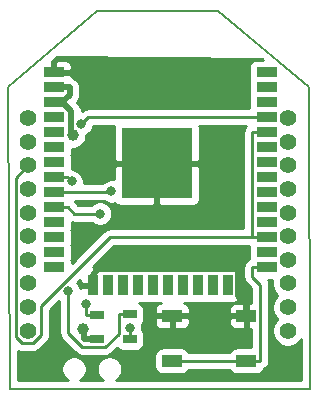
<source format=gtl>
%TF.GenerationSoftware,KiCad,Pcbnew,(6.0.0-rc1-dev-634-gb5e3f6406)*%
%TF.CreationDate,2019-05-27T20:40:42+09:00*%
%TF.ProjectId,xbee,786265652E6B696361645F7063620000,rev?*%
%TF.SameCoordinates,Original*%
%TF.FileFunction,Copper,L1,Top,Signal*%
%TF.FilePolarity,Positive*%
%FSLAX46Y46*%
G04 Gerber Fmt 4.6, Leading zero omitted, Abs format (unit mm)*
G04 Created by KiCad (PCBNEW (6.0.0-rc1-dev-634-gb5e3f6406)) date 2019 May 27, Monday 20:40:42*
%MOMM*%
%LPD*%
G01*
G04 APERTURE LIST*
%ADD10C,0.150000*%
%ADD11C,1.400000*%
%ADD12R,1.200000X0.700000*%
%ADD13R,1.750000X0.900000*%
%ADD14R,0.900000X1.750000*%
%ADD15R,6.000000X6.000000*%
%ADD16R,1.700000X1.000000*%
%ADD17C,1.000000*%
%ADD18C,0.800000*%
%ADD19C,0.500000*%
%ADD20C,0.250000*%
%ADD21C,0.254000*%
G04 APERTURE END LIST*
D10*
X143250000Y-90250000D02*
X153500000Y-90250000D01*
X135750000Y-96750000D02*
X143250000Y-90250000D01*
X135750000Y-96750000D02*
X135850000Y-122250000D01*
X153500000Y-90250000D02*
X161201100Y-96750000D01*
X161201100Y-96750000D02*
X161250000Y-122250000D01*
X161250000Y-122250000D02*
X135850000Y-122250000D01*
D11*
X159400000Y-99350000D03*
X159400000Y-101350000D03*
X159400000Y-103350000D03*
X159400000Y-105350000D03*
X159400000Y-107350000D03*
X159400000Y-109350000D03*
X159400000Y-111350000D03*
X159400000Y-113350000D03*
X159400000Y-115350000D03*
X159400000Y-117350000D03*
X137400000Y-117350000D03*
X137400000Y-115350000D03*
X137400000Y-113350000D03*
X137400000Y-111350000D03*
X137400000Y-109350000D03*
X137400000Y-107350000D03*
X137400000Y-105350000D03*
X137400000Y-103350000D03*
X137400000Y-101350000D03*
X137400000Y-99350000D03*
D12*
X146020000Y-115950000D03*
X143226000Y-115984000D03*
X146020000Y-118050000D03*
X143226000Y-118050000D03*
D13*
X157600434Y-95482662D03*
X157600434Y-96752662D03*
X157600434Y-98022662D03*
X157600434Y-99292662D03*
X157600434Y-100562662D03*
X157600434Y-101832662D03*
X157600434Y-103102662D03*
X157600434Y-104372662D03*
X157600434Y-105642662D03*
X157600434Y-106912662D03*
X157600434Y-108182662D03*
X157600434Y-109452662D03*
X157600434Y-110722662D03*
X157600434Y-111992662D03*
D14*
X154315434Y-113482662D03*
X153045434Y-113482662D03*
X151775434Y-113482662D03*
X150505434Y-113482662D03*
X149235434Y-113482662D03*
X147965434Y-113482662D03*
X146695434Y-113482662D03*
X145425434Y-113482662D03*
X144155434Y-113482662D03*
X142885434Y-113482662D03*
D13*
X139600434Y-111992662D03*
X139600434Y-110722662D03*
X139600434Y-109452662D03*
X139600434Y-108182662D03*
X139600434Y-106912662D03*
X139600434Y-105642662D03*
X139600434Y-104372662D03*
X139600434Y-103102662D03*
X139600434Y-101832662D03*
X139600434Y-100562662D03*
X139600434Y-99292662D03*
X139600434Y-98022662D03*
X139600434Y-96752662D03*
X139600434Y-95482662D03*
D15*
X148300434Y-103182662D03*
D16*
X155900000Y-119900000D03*
X149600000Y-119900000D03*
X155900000Y-116100000D03*
X149600000Y-116100000D03*
D17*
X141475400Y-95440100D03*
X137550000Y-120150000D03*
X153050000Y-110650000D03*
X152750000Y-107450000D03*
D18*
X146020000Y-117077900D03*
X142300700Y-115070400D03*
X140820300Y-114001800D03*
D17*
X141202300Y-100812400D03*
X142092400Y-117174700D03*
D18*
X141917100Y-99835800D03*
X143501700Y-107438500D03*
X141087700Y-104701800D03*
X144457800Y-105547800D03*
D19*
X155900000Y-115100000D02*
X155900000Y-116100000D01*
X155215435Y-112247661D02*
X155215435Y-114415435D01*
X155125435Y-112157661D02*
X155215435Y-112247661D01*
X143345433Y-112157661D02*
X155125435Y-112157661D01*
X155215435Y-114415435D02*
X155900000Y-115100000D01*
X142885434Y-112617660D02*
X143345433Y-112157661D01*
X142885434Y-113482662D02*
X142885434Y-112617660D01*
X151542339Y-112157661D02*
X153050000Y-110650000D01*
X143345433Y-112157661D02*
X151542339Y-112157661D01*
D20*
X146020000Y-118050000D02*
X146020000Y-117077900D01*
X142300700Y-115984000D02*
X142300700Y-115070400D01*
X143226000Y-115984000D02*
X142300700Y-115984000D01*
X140820300Y-114001800D02*
X140820300Y-117531100D01*
X140820300Y-117531100D02*
X142014600Y-118725400D01*
X142014600Y-118725400D02*
X143960700Y-118725400D01*
X143960700Y-118725400D02*
X145094700Y-117591400D01*
X145094700Y-117591400D02*
X145094700Y-115950000D01*
X146020000Y-115950000D02*
X145094700Y-115950000D01*
X155900000Y-119900000D02*
X157075300Y-119900000D01*
X157075300Y-119900000D02*
X157075300Y-113443200D01*
X157075300Y-113443200D02*
X156400100Y-112768000D01*
X156400100Y-112768000D02*
X156400100Y-111992700D01*
X149600000Y-119900000D02*
X155900000Y-119900000D01*
X157600400Y-111992700D02*
X156400100Y-111992700D01*
X156400100Y-109452700D02*
X144343600Y-109452700D01*
X144343600Y-109452700D02*
X138505900Y-115290400D01*
X138505900Y-115290400D02*
X138505900Y-117734800D01*
X138505900Y-117734800D02*
X137861100Y-118379600D01*
X137861100Y-118379600D02*
X136870100Y-118379600D01*
X136870100Y-118379600D02*
X136365300Y-117874800D01*
X136365300Y-117874800D02*
X136365300Y-104384700D01*
X136365300Y-104384700D02*
X137400000Y-103350000D01*
X156512700Y-109452700D02*
X156400100Y-109452700D01*
X157600400Y-109452700D02*
X156512700Y-109452700D01*
X157600400Y-100562700D02*
X156400100Y-100562700D01*
X156400100Y-109452700D02*
X156400100Y-100562700D01*
D19*
X140307500Y-98022700D02*
X141066800Y-98782000D01*
X141066800Y-98782000D02*
X141066800Y-100676900D01*
X141066800Y-100676900D02*
X141202300Y-100812400D01*
X140307500Y-98022700D02*
X140925700Y-97404500D01*
X140925700Y-97404500D02*
X140925700Y-96752700D01*
X140263100Y-98022700D02*
X140307500Y-98022700D01*
X142092400Y-117174700D02*
X142175700Y-117258000D01*
X142175700Y-117258000D02*
X142175700Y-118050000D01*
X143226000Y-118050000D02*
X142175700Y-118050000D01*
X139600400Y-96752700D02*
X140925700Y-96752700D01*
X139600400Y-98022700D02*
X140263100Y-98022700D01*
D20*
X157600400Y-99292700D02*
X142460200Y-99292700D01*
X142460200Y-99292700D02*
X141917100Y-99835800D01*
X140800700Y-106912700D02*
X141326500Y-107438500D01*
X141326500Y-107438500D02*
X143501700Y-107438500D01*
X139600400Y-106912700D02*
X140800700Y-106912700D01*
X140800700Y-104372700D02*
X140800700Y-104414800D01*
X140800700Y-104414800D02*
X141087700Y-104701800D01*
X139600400Y-104372700D02*
X140800700Y-104372700D01*
X139600400Y-105642700D02*
X144362900Y-105642700D01*
X144362900Y-105642700D02*
X144457800Y-105547800D01*
D21*
G36*
X156087362Y-110272662D02*
X156087362Y-111172662D01*
X156099099Y-111291833D01*
X155975824Y-111357726D01*
X155860099Y-111452699D01*
X155765126Y-111568424D01*
X155694554Y-111700453D01*
X155651097Y-111843714D01*
X155636423Y-111992700D01*
X155640100Y-112030033D01*
X155640100Y-112730678D01*
X155636424Y-112768000D01*
X155640100Y-112805322D01*
X155640100Y-112805332D01*
X155651097Y-112916985D01*
X155686036Y-113032164D01*
X155694554Y-113060246D01*
X155765126Y-113192276D01*
X155802752Y-113238123D01*
X155860099Y-113308001D01*
X155889102Y-113331803D01*
X156315301Y-113758003D01*
X156315301Y-114965000D01*
X156185750Y-114965000D01*
X156027000Y-115123750D01*
X156027000Y-115973000D01*
X156047000Y-115973000D01*
X156047000Y-116227000D01*
X156027000Y-116227000D01*
X156027000Y-117076250D01*
X156185750Y-117235000D01*
X156315300Y-117235000D01*
X156315300Y-118761928D01*
X155050000Y-118761928D01*
X154925518Y-118774188D01*
X154805820Y-118810498D01*
X154695506Y-118869463D01*
X154598815Y-118948815D01*
X154519463Y-119045506D01*
X154468954Y-119140000D01*
X151031046Y-119140000D01*
X150980537Y-119045506D01*
X150901185Y-118948815D01*
X150804494Y-118869463D01*
X150694180Y-118810498D01*
X150574482Y-118774188D01*
X150450000Y-118761928D01*
X148750000Y-118761928D01*
X148625518Y-118774188D01*
X148505820Y-118810498D01*
X148395506Y-118869463D01*
X148298815Y-118948815D01*
X148219463Y-119045506D01*
X148160498Y-119155820D01*
X148124188Y-119275518D01*
X148111928Y-119400000D01*
X148111928Y-120400000D01*
X148124188Y-120524482D01*
X148160498Y-120644180D01*
X148219463Y-120754494D01*
X148298815Y-120851185D01*
X148395506Y-120930537D01*
X148505820Y-120989502D01*
X148625518Y-121025812D01*
X148750000Y-121038072D01*
X150450000Y-121038072D01*
X150574482Y-121025812D01*
X150694180Y-120989502D01*
X150804494Y-120930537D01*
X150901185Y-120851185D01*
X150980537Y-120754494D01*
X151031046Y-120660000D01*
X154468954Y-120660000D01*
X154519463Y-120754494D01*
X154598815Y-120851185D01*
X154695506Y-120930537D01*
X154805820Y-120989502D01*
X154925518Y-121025812D01*
X155050000Y-121038072D01*
X156750000Y-121038072D01*
X156874482Y-121025812D01*
X156994180Y-120989502D01*
X157104494Y-120930537D01*
X157201185Y-120851185D01*
X157280537Y-120754494D01*
X157339502Y-120644180D01*
X157349567Y-120611000D01*
X157367547Y-120605546D01*
X157499576Y-120534974D01*
X157615301Y-120440001D01*
X157710274Y-120324276D01*
X157780846Y-120192247D01*
X157824303Y-120048986D01*
X157838977Y-119900000D01*
X157835300Y-119862667D01*
X157835300Y-113480522D01*
X157838976Y-113443200D01*
X157835300Y-113405877D01*
X157835300Y-113405867D01*
X157824303Y-113294214D01*
X157780846Y-113150953D01*
X157743313Y-113080734D01*
X158092407Y-113080734D01*
X158065000Y-113218514D01*
X158065000Y-113481486D01*
X158116304Y-113739405D01*
X158216939Y-113982359D01*
X158363038Y-114201013D01*
X158512025Y-114350000D01*
X158363038Y-114498987D01*
X158216939Y-114717641D01*
X158116304Y-114960595D01*
X158065000Y-115218514D01*
X158065000Y-115481486D01*
X158116304Y-115739405D01*
X158216939Y-115982359D01*
X158363038Y-116201013D01*
X158512025Y-116350000D01*
X158363038Y-116498987D01*
X158216939Y-116717641D01*
X158116304Y-116960595D01*
X158065000Y-117218514D01*
X158065000Y-117481486D01*
X158116304Y-117739405D01*
X158216939Y-117982359D01*
X158363038Y-118201013D01*
X158548987Y-118386962D01*
X158767641Y-118533061D01*
X159010595Y-118633696D01*
X159268514Y-118685000D01*
X159531486Y-118685000D01*
X159789405Y-118633696D01*
X160032359Y-118533061D01*
X160251013Y-118386962D01*
X160436962Y-118201013D01*
X160531962Y-118058834D01*
X160538638Y-121540000D01*
X144816207Y-121540000D01*
X144991647Y-121422775D01*
X145142775Y-121271647D01*
X145261515Y-121093940D01*
X145343304Y-120896483D01*
X145385000Y-120686863D01*
X145385000Y-120473137D01*
X145343304Y-120263517D01*
X145261515Y-120066060D01*
X145142775Y-119888353D01*
X144991647Y-119737225D01*
X144813940Y-119618485D01*
X144616483Y-119536696D01*
X144406863Y-119495000D01*
X144193137Y-119495000D01*
X143983517Y-119536696D01*
X143786060Y-119618485D01*
X143608353Y-119737225D01*
X143457225Y-119888353D01*
X143338485Y-120066060D01*
X143256696Y-120263517D01*
X143215000Y-120473137D01*
X143215000Y-120686863D01*
X143256696Y-120896483D01*
X143338485Y-121093940D01*
X143457225Y-121271647D01*
X143608353Y-121422775D01*
X143783793Y-121540000D01*
X141816207Y-121540000D01*
X141991647Y-121422775D01*
X142142775Y-121271647D01*
X142261515Y-121093940D01*
X142343304Y-120896483D01*
X142385000Y-120686863D01*
X142385000Y-120473137D01*
X142343304Y-120263517D01*
X142261515Y-120066060D01*
X142142775Y-119888353D01*
X141991647Y-119737225D01*
X141813940Y-119618485D01*
X141616483Y-119536696D01*
X141406863Y-119495000D01*
X141193137Y-119495000D01*
X140983517Y-119536696D01*
X140786060Y-119618485D01*
X140608353Y-119737225D01*
X140457225Y-119888353D01*
X140338485Y-120066060D01*
X140256696Y-120263517D01*
X140215000Y-120473137D01*
X140215000Y-120686863D01*
X140256696Y-120896483D01*
X140338485Y-121093940D01*
X140457225Y-121271647D01*
X140608353Y-121422775D01*
X140783793Y-121540000D01*
X136557221Y-121540000D01*
X136547530Y-119068938D01*
X136577853Y-119085146D01*
X136721114Y-119128603D01*
X136832767Y-119139600D01*
X136832777Y-119139600D01*
X136870099Y-119143276D01*
X136907422Y-119139600D01*
X137823778Y-119139600D01*
X137861100Y-119143276D01*
X137898422Y-119139600D01*
X137898433Y-119139600D01*
X138010086Y-119128603D01*
X138153347Y-119085146D01*
X138285376Y-119014574D01*
X138401101Y-118919601D01*
X138424903Y-118890598D01*
X139016902Y-118298600D01*
X139045901Y-118274801D01*
X139077214Y-118236646D01*
X139140874Y-118159077D01*
X139211446Y-118027047D01*
X139221135Y-117995105D01*
X139254903Y-117883786D01*
X139265900Y-117772133D01*
X139265900Y-117772123D01*
X139269576Y-117734800D01*
X139265900Y-117697477D01*
X139265900Y-115605201D01*
X140060300Y-114810801D01*
X140060301Y-117493768D01*
X140056624Y-117531100D01*
X140071298Y-117680085D01*
X140114754Y-117823346D01*
X140185326Y-117955376D01*
X140244146Y-118027047D01*
X140280300Y-118071101D01*
X140309298Y-118094899D01*
X141450801Y-119236403D01*
X141474599Y-119265401D01*
X141590324Y-119360374D01*
X141722353Y-119430946D01*
X141865614Y-119474403D01*
X141977267Y-119485400D01*
X141977276Y-119485400D01*
X142014599Y-119489076D01*
X142051922Y-119485400D01*
X143923378Y-119485400D01*
X143960700Y-119489076D01*
X143998022Y-119485400D01*
X143998033Y-119485400D01*
X144109686Y-119474403D01*
X144252947Y-119430946D01*
X144384976Y-119360374D01*
X144500701Y-119265401D01*
X144524504Y-119236398D01*
X144942176Y-118818725D01*
X144968815Y-118851185D01*
X145065506Y-118930537D01*
X145175820Y-118989502D01*
X145295518Y-119025812D01*
X145420000Y-119038072D01*
X146620000Y-119038072D01*
X146744482Y-119025812D01*
X146864180Y-118989502D01*
X146974494Y-118930537D01*
X147071185Y-118851185D01*
X147150537Y-118754494D01*
X147209502Y-118644180D01*
X147245812Y-118524482D01*
X147258072Y-118400000D01*
X147258072Y-117700000D01*
X147245812Y-117575518D01*
X147209502Y-117455820D01*
X147150537Y-117345506D01*
X147071185Y-117248815D01*
X147045477Y-117227717D01*
X147055000Y-117179839D01*
X147055000Y-116975961D01*
X147018835Y-116794147D01*
X147071185Y-116751185D01*
X147150537Y-116654494D01*
X147209502Y-116544180D01*
X147245812Y-116424482D01*
X147249626Y-116385750D01*
X148115000Y-116385750D01*
X148115000Y-116662542D01*
X148139403Y-116785223D01*
X148187270Y-116900785D01*
X148256763Y-117004789D01*
X148345211Y-117093237D01*
X148449215Y-117162730D01*
X148564777Y-117210597D01*
X148687458Y-117235000D01*
X149314250Y-117235000D01*
X149473000Y-117076250D01*
X149473000Y-116227000D01*
X149727000Y-116227000D01*
X149727000Y-117076250D01*
X149885750Y-117235000D01*
X150512542Y-117235000D01*
X150635223Y-117210597D01*
X150750785Y-117162730D01*
X150854789Y-117093237D01*
X150943237Y-117004789D01*
X151012730Y-116900785D01*
X151060597Y-116785223D01*
X151085000Y-116662542D01*
X151085000Y-116385750D01*
X154415000Y-116385750D01*
X154415000Y-116662542D01*
X154439403Y-116785223D01*
X154487270Y-116900785D01*
X154556763Y-117004789D01*
X154645211Y-117093237D01*
X154749215Y-117162730D01*
X154864777Y-117210597D01*
X154987458Y-117235000D01*
X155614250Y-117235000D01*
X155773000Y-117076250D01*
X155773000Y-116227000D01*
X154573750Y-116227000D01*
X154415000Y-116385750D01*
X151085000Y-116385750D01*
X150926250Y-116227000D01*
X149727000Y-116227000D01*
X149473000Y-116227000D01*
X148273750Y-116227000D01*
X148115000Y-116385750D01*
X147249626Y-116385750D01*
X147258072Y-116300000D01*
X147258072Y-115600000D01*
X147245812Y-115475518D01*
X147209502Y-115355820D01*
X147150537Y-115245506D01*
X147071185Y-115148815D01*
X146974494Y-115069463D01*
X146864180Y-115010498D01*
X146815510Y-114995734D01*
X147145434Y-114995734D01*
X147269916Y-114983474D01*
X147330434Y-114965116D01*
X147390952Y-114983474D01*
X147515434Y-114995734D01*
X148415434Y-114995734D01*
X148539916Y-114983474D01*
X148600434Y-114965116D01*
X148634668Y-114975501D01*
X148564777Y-114989403D01*
X148449215Y-115037270D01*
X148345211Y-115106763D01*
X148256763Y-115195211D01*
X148187270Y-115299215D01*
X148139403Y-115414777D01*
X148115000Y-115537458D01*
X148115000Y-115814250D01*
X148273750Y-115973000D01*
X149473000Y-115973000D01*
X149473000Y-115953000D01*
X149727000Y-115953000D01*
X149727000Y-115973000D01*
X150926250Y-115973000D01*
X151085000Y-115814250D01*
X151085000Y-115537458D01*
X154415000Y-115537458D01*
X154415000Y-115814250D01*
X154573750Y-115973000D01*
X155773000Y-115973000D01*
X155773000Y-115123750D01*
X155614250Y-114965000D01*
X154987458Y-114965000D01*
X154864777Y-114989403D01*
X154749215Y-115037270D01*
X154645211Y-115106763D01*
X154556763Y-115195211D01*
X154487270Y-115299215D01*
X154439403Y-115414777D01*
X154415000Y-115537458D01*
X151085000Y-115537458D01*
X151060597Y-115414777D01*
X151012730Y-115299215D01*
X150943237Y-115195211D01*
X150854789Y-115106763D01*
X150750785Y-115037270D01*
X150650507Y-114995734D01*
X150955434Y-114995734D01*
X151079916Y-114983474D01*
X151140434Y-114965116D01*
X151200952Y-114983474D01*
X151325434Y-114995734D01*
X152225434Y-114995734D01*
X152349916Y-114983474D01*
X152410434Y-114965116D01*
X152470952Y-114983474D01*
X152595434Y-114995734D01*
X153495434Y-114995734D01*
X153619916Y-114983474D01*
X153680434Y-114965116D01*
X153740952Y-114983474D01*
X153865434Y-114995734D01*
X154765434Y-114995734D01*
X154889916Y-114983474D01*
X155009614Y-114947164D01*
X155119928Y-114888199D01*
X155216619Y-114808847D01*
X155295971Y-114712156D01*
X155354936Y-114601842D01*
X155391246Y-114482144D01*
X155403506Y-114357662D01*
X155403506Y-112607662D01*
X155391246Y-112483180D01*
X155354936Y-112363482D01*
X155295971Y-112253168D01*
X155216619Y-112156477D01*
X155119928Y-112077125D01*
X155009614Y-112018160D01*
X154889916Y-111981850D01*
X154765434Y-111969590D01*
X153865434Y-111969590D01*
X153740952Y-111981850D01*
X153680434Y-112000208D01*
X153619916Y-111981850D01*
X153495434Y-111969590D01*
X152595434Y-111969590D01*
X152470952Y-111981850D01*
X152410434Y-112000208D01*
X152349916Y-111981850D01*
X152225434Y-111969590D01*
X151325434Y-111969590D01*
X151200952Y-111981850D01*
X151140434Y-112000208D01*
X151079916Y-111981850D01*
X150955434Y-111969590D01*
X150055434Y-111969590D01*
X149930952Y-111981850D01*
X149870434Y-112000208D01*
X149809916Y-111981850D01*
X149685434Y-111969590D01*
X148785434Y-111969590D01*
X148660952Y-111981850D01*
X148600434Y-112000208D01*
X148539916Y-111981850D01*
X148415434Y-111969590D01*
X147515434Y-111969590D01*
X147390952Y-111981850D01*
X147330434Y-112000208D01*
X147269916Y-111981850D01*
X147145434Y-111969590D01*
X146245434Y-111969590D01*
X146120952Y-111981850D01*
X146060434Y-112000208D01*
X145999916Y-111981850D01*
X145875434Y-111969590D01*
X144975434Y-111969590D01*
X144850952Y-111981850D01*
X144790434Y-112000208D01*
X144729916Y-111981850D01*
X144605434Y-111969590D01*
X143705434Y-111969590D01*
X143580952Y-111981850D01*
X143524943Y-111998840D01*
X143520657Y-111997065D01*
X143397976Y-111972662D01*
X143171184Y-111972662D01*
X143012436Y-112131410D01*
X143012436Y-111972662D01*
X142898440Y-111972662D01*
X144658402Y-110212700D01*
X156093268Y-110212700D01*
X156087362Y-110272662D01*
X156087362Y-110272662D01*
G37*
X156087362Y-110272662D02*
X156087362Y-111172662D01*
X156099099Y-111291833D01*
X155975824Y-111357726D01*
X155860099Y-111452699D01*
X155765126Y-111568424D01*
X155694554Y-111700453D01*
X155651097Y-111843714D01*
X155636423Y-111992700D01*
X155640100Y-112030033D01*
X155640100Y-112730678D01*
X155636424Y-112768000D01*
X155640100Y-112805322D01*
X155640100Y-112805332D01*
X155651097Y-112916985D01*
X155686036Y-113032164D01*
X155694554Y-113060246D01*
X155765126Y-113192276D01*
X155802752Y-113238123D01*
X155860099Y-113308001D01*
X155889102Y-113331803D01*
X156315301Y-113758003D01*
X156315301Y-114965000D01*
X156185750Y-114965000D01*
X156027000Y-115123750D01*
X156027000Y-115973000D01*
X156047000Y-115973000D01*
X156047000Y-116227000D01*
X156027000Y-116227000D01*
X156027000Y-117076250D01*
X156185750Y-117235000D01*
X156315300Y-117235000D01*
X156315300Y-118761928D01*
X155050000Y-118761928D01*
X154925518Y-118774188D01*
X154805820Y-118810498D01*
X154695506Y-118869463D01*
X154598815Y-118948815D01*
X154519463Y-119045506D01*
X154468954Y-119140000D01*
X151031046Y-119140000D01*
X150980537Y-119045506D01*
X150901185Y-118948815D01*
X150804494Y-118869463D01*
X150694180Y-118810498D01*
X150574482Y-118774188D01*
X150450000Y-118761928D01*
X148750000Y-118761928D01*
X148625518Y-118774188D01*
X148505820Y-118810498D01*
X148395506Y-118869463D01*
X148298815Y-118948815D01*
X148219463Y-119045506D01*
X148160498Y-119155820D01*
X148124188Y-119275518D01*
X148111928Y-119400000D01*
X148111928Y-120400000D01*
X148124188Y-120524482D01*
X148160498Y-120644180D01*
X148219463Y-120754494D01*
X148298815Y-120851185D01*
X148395506Y-120930537D01*
X148505820Y-120989502D01*
X148625518Y-121025812D01*
X148750000Y-121038072D01*
X150450000Y-121038072D01*
X150574482Y-121025812D01*
X150694180Y-120989502D01*
X150804494Y-120930537D01*
X150901185Y-120851185D01*
X150980537Y-120754494D01*
X151031046Y-120660000D01*
X154468954Y-120660000D01*
X154519463Y-120754494D01*
X154598815Y-120851185D01*
X154695506Y-120930537D01*
X154805820Y-120989502D01*
X154925518Y-121025812D01*
X155050000Y-121038072D01*
X156750000Y-121038072D01*
X156874482Y-121025812D01*
X156994180Y-120989502D01*
X157104494Y-120930537D01*
X157201185Y-120851185D01*
X157280537Y-120754494D01*
X157339502Y-120644180D01*
X157349567Y-120611000D01*
X157367547Y-120605546D01*
X157499576Y-120534974D01*
X157615301Y-120440001D01*
X157710274Y-120324276D01*
X157780846Y-120192247D01*
X157824303Y-120048986D01*
X157838977Y-119900000D01*
X157835300Y-119862667D01*
X157835300Y-113480522D01*
X157838976Y-113443200D01*
X157835300Y-113405877D01*
X157835300Y-113405867D01*
X157824303Y-113294214D01*
X157780846Y-113150953D01*
X157743313Y-113080734D01*
X158092407Y-113080734D01*
X158065000Y-113218514D01*
X158065000Y-113481486D01*
X158116304Y-113739405D01*
X158216939Y-113982359D01*
X158363038Y-114201013D01*
X158512025Y-114350000D01*
X158363038Y-114498987D01*
X158216939Y-114717641D01*
X158116304Y-114960595D01*
X158065000Y-115218514D01*
X158065000Y-115481486D01*
X158116304Y-115739405D01*
X158216939Y-115982359D01*
X158363038Y-116201013D01*
X158512025Y-116350000D01*
X158363038Y-116498987D01*
X158216939Y-116717641D01*
X158116304Y-116960595D01*
X158065000Y-117218514D01*
X158065000Y-117481486D01*
X158116304Y-117739405D01*
X158216939Y-117982359D01*
X158363038Y-118201013D01*
X158548987Y-118386962D01*
X158767641Y-118533061D01*
X159010595Y-118633696D01*
X159268514Y-118685000D01*
X159531486Y-118685000D01*
X159789405Y-118633696D01*
X160032359Y-118533061D01*
X160251013Y-118386962D01*
X160436962Y-118201013D01*
X160531962Y-118058834D01*
X160538638Y-121540000D01*
X144816207Y-121540000D01*
X144991647Y-121422775D01*
X145142775Y-121271647D01*
X145261515Y-121093940D01*
X145343304Y-120896483D01*
X145385000Y-120686863D01*
X145385000Y-120473137D01*
X145343304Y-120263517D01*
X145261515Y-120066060D01*
X145142775Y-119888353D01*
X144991647Y-119737225D01*
X144813940Y-119618485D01*
X144616483Y-119536696D01*
X144406863Y-119495000D01*
X144193137Y-119495000D01*
X143983517Y-119536696D01*
X143786060Y-119618485D01*
X143608353Y-119737225D01*
X143457225Y-119888353D01*
X143338485Y-120066060D01*
X143256696Y-120263517D01*
X143215000Y-120473137D01*
X143215000Y-120686863D01*
X143256696Y-120896483D01*
X143338485Y-121093940D01*
X143457225Y-121271647D01*
X143608353Y-121422775D01*
X143783793Y-121540000D01*
X141816207Y-121540000D01*
X141991647Y-121422775D01*
X142142775Y-121271647D01*
X142261515Y-121093940D01*
X142343304Y-120896483D01*
X142385000Y-120686863D01*
X142385000Y-120473137D01*
X142343304Y-120263517D01*
X142261515Y-120066060D01*
X142142775Y-119888353D01*
X141991647Y-119737225D01*
X141813940Y-119618485D01*
X141616483Y-119536696D01*
X141406863Y-119495000D01*
X141193137Y-119495000D01*
X140983517Y-119536696D01*
X140786060Y-119618485D01*
X140608353Y-119737225D01*
X140457225Y-119888353D01*
X140338485Y-120066060D01*
X140256696Y-120263517D01*
X140215000Y-120473137D01*
X140215000Y-120686863D01*
X140256696Y-120896483D01*
X140338485Y-121093940D01*
X140457225Y-121271647D01*
X140608353Y-121422775D01*
X140783793Y-121540000D01*
X136557221Y-121540000D01*
X136547530Y-119068938D01*
X136577853Y-119085146D01*
X136721114Y-119128603D01*
X136832767Y-119139600D01*
X136832777Y-119139600D01*
X136870099Y-119143276D01*
X136907422Y-119139600D01*
X137823778Y-119139600D01*
X137861100Y-119143276D01*
X137898422Y-119139600D01*
X137898433Y-119139600D01*
X138010086Y-119128603D01*
X138153347Y-119085146D01*
X138285376Y-119014574D01*
X138401101Y-118919601D01*
X138424903Y-118890598D01*
X139016902Y-118298600D01*
X139045901Y-118274801D01*
X139077214Y-118236646D01*
X139140874Y-118159077D01*
X139211446Y-118027047D01*
X139221135Y-117995105D01*
X139254903Y-117883786D01*
X139265900Y-117772133D01*
X139265900Y-117772123D01*
X139269576Y-117734800D01*
X139265900Y-117697477D01*
X139265900Y-115605201D01*
X140060300Y-114810801D01*
X140060301Y-117493768D01*
X140056624Y-117531100D01*
X140071298Y-117680085D01*
X140114754Y-117823346D01*
X140185326Y-117955376D01*
X140244146Y-118027047D01*
X140280300Y-118071101D01*
X140309298Y-118094899D01*
X141450801Y-119236403D01*
X141474599Y-119265401D01*
X141590324Y-119360374D01*
X141722353Y-119430946D01*
X141865614Y-119474403D01*
X141977267Y-119485400D01*
X141977276Y-119485400D01*
X142014599Y-119489076D01*
X142051922Y-119485400D01*
X143923378Y-119485400D01*
X143960700Y-119489076D01*
X143998022Y-119485400D01*
X143998033Y-119485400D01*
X144109686Y-119474403D01*
X144252947Y-119430946D01*
X144384976Y-119360374D01*
X144500701Y-119265401D01*
X144524504Y-119236398D01*
X144942176Y-118818725D01*
X144968815Y-118851185D01*
X145065506Y-118930537D01*
X145175820Y-118989502D01*
X145295518Y-119025812D01*
X145420000Y-119038072D01*
X146620000Y-119038072D01*
X146744482Y-119025812D01*
X146864180Y-118989502D01*
X146974494Y-118930537D01*
X147071185Y-118851185D01*
X147150537Y-118754494D01*
X147209502Y-118644180D01*
X147245812Y-118524482D01*
X147258072Y-118400000D01*
X147258072Y-117700000D01*
X147245812Y-117575518D01*
X147209502Y-117455820D01*
X147150537Y-117345506D01*
X147071185Y-117248815D01*
X147045477Y-117227717D01*
X147055000Y-117179839D01*
X147055000Y-116975961D01*
X147018835Y-116794147D01*
X147071185Y-116751185D01*
X147150537Y-116654494D01*
X147209502Y-116544180D01*
X147245812Y-116424482D01*
X147249626Y-116385750D01*
X148115000Y-116385750D01*
X148115000Y-116662542D01*
X148139403Y-116785223D01*
X148187270Y-116900785D01*
X148256763Y-117004789D01*
X148345211Y-117093237D01*
X148449215Y-117162730D01*
X148564777Y-117210597D01*
X148687458Y-117235000D01*
X149314250Y-117235000D01*
X149473000Y-117076250D01*
X149473000Y-116227000D01*
X149727000Y-116227000D01*
X149727000Y-117076250D01*
X149885750Y-117235000D01*
X150512542Y-117235000D01*
X150635223Y-117210597D01*
X150750785Y-117162730D01*
X150854789Y-117093237D01*
X150943237Y-117004789D01*
X151012730Y-116900785D01*
X151060597Y-116785223D01*
X151085000Y-116662542D01*
X151085000Y-116385750D01*
X154415000Y-116385750D01*
X154415000Y-116662542D01*
X154439403Y-116785223D01*
X154487270Y-116900785D01*
X154556763Y-117004789D01*
X154645211Y-117093237D01*
X154749215Y-117162730D01*
X154864777Y-117210597D01*
X154987458Y-117235000D01*
X155614250Y-117235000D01*
X155773000Y-117076250D01*
X155773000Y-116227000D01*
X154573750Y-116227000D01*
X154415000Y-116385750D01*
X151085000Y-116385750D01*
X150926250Y-116227000D01*
X149727000Y-116227000D01*
X149473000Y-116227000D01*
X148273750Y-116227000D01*
X148115000Y-116385750D01*
X147249626Y-116385750D01*
X147258072Y-116300000D01*
X147258072Y-115600000D01*
X147245812Y-115475518D01*
X147209502Y-115355820D01*
X147150537Y-115245506D01*
X147071185Y-115148815D01*
X146974494Y-115069463D01*
X146864180Y-115010498D01*
X146815510Y-114995734D01*
X147145434Y-114995734D01*
X147269916Y-114983474D01*
X147330434Y-114965116D01*
X147390952Y-114983474D01*
X147515434Y-114995734D01*
X148415434Y-114995734D01*
X148539916Y-114983474D01*
X148600434Y-114965116D01*
X148634668Y-114975501D01*
X148564777Y-114989403D01*
X148449215Y-115037270D01*
X148345211Y-115106763D01*
X148256763Y-115195211D01*
X148187270Y-115299215D01*
X148139403Y-115414777D01*
X148115000Y-115537458D01*
X148115000Y-115814250D01*
X148273750Y-115973000D01*
X149473000Y-115973000D01*
X149473000Y-115953000D01*
X149727000Y-115953000D01*
X149727000Y-115973000D01*
X150926250Y-115973000D01*
X151085000Y-115814250D01*
X151085000Y-115537458D01*
X154415000Y-115537458D01*
X154415000Y-115814250D01*
X154573750Y-115973000D01*
X155773000Y-115973000D01*
X155773000Y-115123750D01*
X155614250Y-114965000D01*
X154987458Y-114965000D01*
X154864777Y-114989403D01*
X154749215Y-115037270D01*
X154645211Y-115106763D01*
X154556763Y-115195211D01*
X154487270Y-115299215D01*
X154439403Y-115414777D01*
X154415000Y-115537458D01*
X151085000Y-115537458D01*
X151060597Y-115414777D01*
X151012730Y-115299215D01*
X150943237Y-115195211D01*
X150854789Y-115106763D01*
X150750785Y-115037270D01*
X150650507Y-114995734D01*
X150955434Y-114995734D01*
X151079916Y-114983474D01*
X151140434Y-114965116D01*
X151200952Y-114983474D01*
X151325434Y-114995734D01*
X152225434Y-114995734D01*
X152349916Y-114983474D01*
X152410434Y-114965116D01*
X152470952Y-114983474D01*
X152595434Y-114995734D01*
X153495434Y-114995734D01*
X153619916Y-114983474D01*
X153680434Y-114965116D01*
X153740952Y-114983474D01*
X153865434Y-114995734D01*
X154765434Y-114995734D01*
X154889916Y-114983474D01*
X155009614Y-114947164D01*
X155119928Y-114888199D01*
X155216619Y-114808847D01*
X155295971Y-114712156D01*
X155354936Y-114601842D01*
X155391246Y-114482144D01*
X155403506Y-114357662D01*
X155403506Y-112607662D01*
X155391246Y-112483180D01*
X155354936Y-112363482D01*
X155295971Y-112253168D01*
X155216619Y-112156477D01*
X155119928Y-112077125D01*
X155009614Y-112018160D01*
X154889916Y-111981850D01*
X154765434Y-111969590D01*
X153865434Y-111969590D01*
X153740952Y-111981850D01*
X153680434Y-112000208D01*
X153619916Y-111981850D01*
X153495434Y-111969590D01*
X152595434Y-111969590D01*
X152470952Y-111981850D01*
X152410434Y-112000208D01*
X152349916Y-111981850D01*
X152225434Y-111969590D01*
X151325434Y-111969590D01*
X151200952Y-111981850D01*
X151140434Y-112000208D01*
X151079916Y-111981850D01*
X150955434Y-111969590D01*
X150055434Y-111969590D01*
X149930952Y-111981850D01*
X149870434Y-112000208D01*
X149809916Y-111981850D01*
X149685434Y-111969590D01*
X148785434Y-111969590D01*
X148660952Y-111981850D01*
X148600434Y-112000208D01*
X148539916Y-111981850D01*
X148415434Y-111969590D01*
X147515434Y-111969590D01*
X147390952Y-111981850D01*
X147330434Y-112000208D01*
X147269916Y-111981850D01*
X147145434Y-111969590D01*
X146245434Y-111969590D01*
X146120952Y-111981850D01*
X146060434Y-112000208D01*
X145999916Y-111981850D01*
X145875434Y-111969590D01*
X144975434Y-111969590D01*
X144850952Y-111981850D01*
X144790434Y-112000208D01*
X144729916Y-111981850D01*
X144605434Y-111969590D01*
X143705434Y-111969590D01*
X143580952Y-111981850D01*
X143524943Y-111998840D01*
X143520657Y-111997065D01*
X143397976Y-111972662D01*
X143171184Y-111972662D01*
X143012436Y-112131410D01*
X143012436Y-111972662D01*
X142898440Y-111972662D01*
X144658402Y-110212700D01*
X156093268Y-110212700D01*
X156087362Y-110272662D01*
G36*
X137593748Y-117335858D02*
X137579605Y-117350000D01*
X137593748Y-117364143D01*
X137414143Y-117543748D01*
X137400000Y-117529605D01*
X137385858Y-117543748D01*
X137206253Y-117364143D01*
X137220395Y-117350000D01*
X137206253Y-117335858D01*
X137385858Y-117156253D01*
X137400000Y-117170395D01*
X137414143Y-117156253D01*
X137593748Y-117335858D01*
X137593748Y-117335858D01*
G37*
X137593748Y-117335858D02*
X137579605Y-117350000D01*
X137593748Y-117364143D01*
X137414143Y-117543748D01*
X137400000Y-117529605D01*
X137385858Y-117543748D01*
X137206253Y-117364143D01*
X137220395Y-117350000D01*
X137206253Y-117335858D01*
X137385858Y-117156253D01*
X137400000Y-117170395D01*
X137414143Y-117156253D01*
X137593748Y-117335858D01*
G36*
X141800434Y-113196912D02*
X141959184Y-113355662D01*
X142758434Y-113355662D01*
X142758434Y-113335662D01*
X143012434Y-113335662D01*
X143012434Y-113355662D01*
X143032434Y-113355662D01*
X143032434Y-113609662D01*
X143012434Y-113609662D01*
X143012434Y-113629662D01*
X142758434Y-113629662D01*
X142758434Y-113609662D01*
X141959184Y-113609662D01*
X141824389Y-113744457D01*
X141815526Y-113699902D01*
X141737505Y-113511544D01*
X141624237Y-113342026D01*
X141576656Y-113294445D01*
X141800434Y-113070667D01*
X141800434Y-113196912D01*
X141800434Y-113196912D01*
G37*
X141800434Y-113196912D02*
X141959184Y-113355662D01*
X142758434Y-113355662D01*
X142758434Y-113335662D01*
X143012434Y-113335662D01*
X143012434Y-113355662D01*
X143032434Y-113355662D01*
X143032434Y-113609662D01*
X143012434Y-113609662D01*
X143012434Y-113629662D01*
X142758434Y-113629662D01*
X142758434Y-113609662D01*
X141959184Y-113609662D01*
X141824389Y-113744457D01*
X141815526Y-113699902D01*
X141737505Y-113511544D01*
X141624237Y-113342026D01*
X141576656Y-113294445D01*
X141800434Y-113070667D01*
X141800434Y-113196912D01*
G36*
X144665434Y-100120120D02*
X144665434Y-102896912D01*
X144824184Y-103055662D01*
X148173434Y-103055662D01*
X148173434Y-103035662D01*
X148427434Y-103035662D01*
X148427434Y-103055662D01*
X151776684Y-103055662D01*
X151935434Y-102896912D01*
X151935434Y-100120120D01*
X151922023Y-100052700D01*
X155835478Y-100052700D01*
X155765126Y-100138424D01*
X155694554Y-100270453D01*
X155651097Y-100413714D01*
X155636423Y-100562700D01*
X155640101Y-100600043D01*
X155640100Y-108692700D01*
X144380933Y-108692700D01*
X144343600Y-108689023D01*
X144306267Y-108692700D01*
X144194614Y-108703697D01*
X144051353Y-108747154D01*
X143919324Y-108817726D01*
X143803599Y-108912699D01*
X143779801Y-108941697D01*
X141113506Y-111607992D01*
X141113506Y-111542662D01*
X141101246Y-111418180D01*
X141082888Y-111357662D01*
X141101246Y-111297144D01*
X141113506Y-111172662D01*
X141113506Y-110272662D01*
X141101246Y-110148180D01*
X141082888Y-110087662D01*
X141101246Y-110027144D01*
X141113506Y-109902662D01*
X141113506Y-109002662D01*
X141101246Y-108878180D01*
X141082888Y-108817662D01*
X141101246Y-108757144D01*
X141113506Y-108632662D01*
X141113506Y-108168087D01*
X141177514Y-108187503D01*
X141289167Y-108198500D01*
X141289176Y-108198500D01*
X141326499Y-108202176D01*
X141363822Y-108198500D01*
X142797989Y-108198500D01*
X142841926Y-108242437D01*
X143011444Y-108355705D01*
X143199802Y-108433726D01*
X143399761Y-108473500D01*
X143603639Y-108473500D01*
X143803598Y-108433726D01*
X143991956Y-108355705D01*
X144161474Y-108242437D01*
X144305637Y-108098274D01*
X144418905Y-107928756D01*
X144496926Y-107740398D01*
X144536700Y-107540439D01*
X144536700Y-107336561D01*
X144496926Y-107136602D01*
X144418905Y-106948244D01*
X144305637Y-106778726D01*
X144161474Y-106634563D01*
X143991956Y-106521295D01*
X143803598Y-106443274D01*
X143603639Y-106403500D01*
X143399761Y-106403500D01*
X143199802Y-106443274D01*
X143011444Y-106521295D01*
X142841926Y-106634563D01*
X142797989Y-106678500D01*
X141641302Y-106678500D01*
X141365501Y-106402700D01*
X143874298Y-106402700D01*
X143967544Y-106465005D01*
X144155902Y-106543026D01*
X144355861Y-106582800D01*
X144559739Y-106582800D01*
X144759698Y-106543026D01*
X144773651Y-106537246D01*
X144807197Y-106587451D01*
X144895645Y-106675899D01*
X144999649Y-106745392D01*
X145115211Y-106793259D01*
X145237892Y-106817662D01*
X148014684Y-106817662D01*
X148173434Y-106658912D01*
X148173434Y-103309662D01*
X148427434Y-103309662D01*
X148427434Y-106658912D01*
X148586184Y-106817662D01*
X151362976Y-106817662D01*
X151485657Y-106793259D01*
X151601219Y-106745392D01*
X151705223Y-106675899D01*
X151793671Y-106587451D01*
X151863164Y-106483447D01*
X151911031Y-106367885D01*
X151935434Y-106245204D01*
X151935434Y-103468412D01*
X151776684Y-103309662D01*
X148427434Y-103309662D01*
X148173434Y-103309662D01*
X144824184Y-103309662D01*
X144665434Y-103468412D01*
X144665434Y-104533824D01*
X144559739Y-104512800D01*
X144355861Y-104512800D01*
X144155902Y-104552574D01*
X143967544Y-104630595D01*
X143798026Y-104743863D01*
X143659189Y-104882700D01*
X142106994Y-104882700D01*
X142122700Y-104803739D01*
X142122700Y-104599861D01*
X142082926Y-104399902D01*
X142004905Y-104211544D01*
X141891637Y-104042026D01*
X141747474Y-103897863D01*
X141577956Y-103784595D01*
X141389598Y-103706574D01*
X141189639Y-103666800D01*
X141102265Y-103666800D01*
X141113506Y-103552662D01*
X141113506Y-102652662D01*
X141101246Y-102528180D01*
X141082888Y-102467662D01*
X141101246Y-102407144D01*
X141113506Y-102282662D01*
X141113506Y-101947400D01*
X141314088Y-101947400D01*
X141533367Y-101903783D01*
X141739924Y-101818224D01*
X141925820Y-101694012D01*
X142083912Y-101535920D01*
X142208124Y-101350024D01*
X142293683Y-101143467D01*
X142337300Y-100924188D01*
X142337300Y-100782023D01*
X142407356Y-100753005D01*
X142576874Y-100639737D01*
X142721037Y-100495574D01*
X142834305Y-100326056D01*
X142912326Y-100137698D01*
X142929233Y-100052700D01*
X144678845Y-100052700D01*
X144665434Y-100120120D01*
X144665434Y-100120120D01*
G37*
X144665434Y-100120120D02*
X144665434Y-102896912D01*
X144824184Y-103055662D01*
X148173434Y-103055662D01*
X148173434Y-103035662D01*
X148427434Y-103035662D01*
X148427434Y-103055662D01*
X151776684Y-103055662D01*
X151935434Y-102896912D01*
X151935434Y-100120120D01*
X151922023Y-100052700D01*
X155835478Y-100052700D01*
X155765126Y-100138424D01*
X155694554Y-100270453D01*
X155651097Y-100413714D01*
X155636423Y-100562700D01*
X155640101Y-100600043D01*
X155640100Y-108692700D01*
X144380933Y-108692700D01*
X144343600Y-108689023D01*
X144306267Y-108692700D01*
X144194614Y-108703697D01*
X144051353Y-108747154D01*
X143919324Y-108817726D01*
X143803599Y-108912699D01*
X143779801Y-108941697D01*
X141113506Y-111607992D01*
X141113506Y-111542662D01*
X141101246Y-111418180D01*
X141082888Y-111357662D01*
X141101246Y-111297144D01*
X141113506Y-111172662D01*
X141113506Y-110272662D01*
X141101246Y-110148180D01*
X141082888Y-110087662D01*
X141101246Y-110027144D01*
X141113506Y-109902662D01*
X141113506Y-109002662D01*
X141101246Y-108878180D01*
X141082888Y-108817662D01*
X141101246Y-108757144D01*
X141113506Y-108632662D01*
X141113506Y-108168087D01*
X141177514Y-108187503D01*
X141289167Y-108198500D01*
X141289176Y-108198500D01*
X141326499Y-108202176D01*
X141363822Y-108198500D01*
X142797989Y-108198500D01*
X142841926Y-108242437D01*
X143011444Y-108355705D01*
X143199802Y-108433726D01*
X143399761Y-108473500D01*
X143603639Y-108473500D01*
X143803598Y-108433726D01*
X143991956Y-108355705D01*
X144161474Y-108242437D01*
X144305637Y-108098274D01*
X144418905Y-107928756D01*
X144496926Y-107740398D01*
X144536700Y-107540439D01*
X144536700Y-107336561D01*
X144496926Y-107136602D01*
X144418905Y-106948244D01*
X144305637Y-106778726D01*
X144161474Y-106634563D01*
X143991956Y-106521295D01*
X143803598Y-106443274D01*
X143603639Y-106403500D01*
X143399761Y-106403500D01*
X143199802Y-106443274D01*
X143011444Y-106521295D01*
X142841926Y-106634563D01*
X142797989Y-106678500D01*
X141641302Y-106678500D01*
X141365501Y-106402700D01*
X143874298Y-106402700D01*
X143967544Y-106465005D01*
X144155902Y-106543026D01*
X144355861Y-106582800D01*
X144559739Y-106582800D01*
X144759698Y-106543026D01*
X144773651Y-106537246D01*
X144807197Y-106587451D01*
X144895645Y-106675899D01*
X144999649Y-106745392D01*
X145115211Y-106793259D01*
X145237892Y-106817662D01*
X148014684Y-106817662D01*
X148173434Y-106658912D01*
X148173434Y-103309662D01*
X148427434Y-103309662D01*
X148427434Y-106658912D01*
X148586184Y-106817662D01*
X151362976Y-106817662D01*
X151485657Y-106793259D01*
X151601219Y-106745392D01*
X151705223Y-106675899D01*
X151793671Y-106587451D01*
X151863164Y-106483447D01*
X151911031Y-106367885D01*
X151935434Y-106245204D01*
X151935434Y-103468412D01*
X151776684Y-103309662D01*
X148427434Y-103309662D01*
X148173434Y-103309662D01*
X144824184Y-103309662D01*
X144665434Y-103468412D01*
X144665434Y-104533824D01*
X144559739Y-104512800D01*
X144355861Y-104512800D01*
X144155902Y-104552574D01*
X143967544Y-104630595D01*
X143798026Y-104743863D01*
X143659189Y-104882700D01*
X142106994Y-104882700D01*
X142122700Y-104803739D01*
X142122700Y-104599861D01*
X142082926Y-104399902D01*
X142004905Y-104211544D01*
X141891637Y-104042026D01*
X141747474Y-103897863D01*
X141577956Y-103784595D01*
X141389598Y-103706574D01*
X141189639Y-103666800D01*
X141102265Y-103666800D01*
X141113506Y-103552662D01*
X141113506Y-102652662D01*
X141101246Y-102528180D01*
X141082888Y-102467662D01*
X141101246Y-102407144D01*
X141113506Y-102282662D01*
X141113506Y-101947400D01*
X141314088Y-101947400D01*
X141533367Y-101903783D01*
X141739924Y-101818224D01*
X141925820Y-101694012D01*
X142083912Y-101535920D01*
X142208124Y-101350024D01*
X142293683Y-101143467D01*
X142337300Y-100924188D01*
X142337300Y-100782023D01*
X142407356Y-100753005D01*
X142576874Y-100639737D01*
X142721037Y-100495574D01*
X142834305Y-100326056D01*
X142912326Y-100137698D01*
X142929233Y-100052700D01*
X144678845Y-100052700D01*
X144665434Y-100120120D01*
G36*
X157222218Y-94320779D02*
X157309668Y-94394590D01*
X156725434Y-94394590D01*
X156600952Y-94406850D01*
X156481254Y-94443160D01*
X156370940Y-94502125D01*
X156274249Y-94581477D01*
X156194897Y-94678168D01*
X156135932Y-94788482D01*
X156099622Y-94908180D01*
X156087362Y-95032662D01*
X156087362Y-95932662D01*
X156099622Y-96057144D01*
X156117980Y-96117662D01*
X156099622Y-96178180D01*
X156087362Y-96302662D01*
X156087362Y-97202662D01*
X156099622Y-97327144D01*
X156117980Y-97387662D01*
X156099622Y-97448180D01*
X156087362Y-97572662D01*
X156087362Y-98472662D01*
X156093275Y-98532700D01*
X142497522Y-98532700D01*
X142460199Y-98529024D01*
X142422876Y-98532700D01*
X142422867Y-98532700D01*
X142311214Y-98543697D01*
X142167953Y-98587154D01*
X142035924Y-98657726D01*
X142035922Y-98657727D01*
X142035923Y-98657727D01*
X141950728Y-98727643D01*
X141938995Y-98608510D01*
X141888389Y-98441687D01*
X141806211Y-98287941D01*
X141737806Y-98204590D01*
X141723332Y-98186953D01*
X141723330Y-98186951D01*
X141695617Y-98153183D01*
X141661850Y-98125471D01*
X141561359Y-98024980D01*
X141665111Y-97898559D01*
X141747289Y-97744813D01*
X141797895Y-97577990D01*
X141810700Y-97447977D01*
X141810700Y-97447969D01*
X141814981Y-97404500D01*
X141810700Y-97361031D01*
X141810700Y-96796177D01*
X141814982Y-96752700D01*
X141797895Y-96579210D01*
X141747289Y-96412387D01*
X141665111Y-96258641D01*
X141554517Y-96123883D01*
X141419759Y-96013289D01*
X141266013Y-95931111D01*
X141110434Y-95883916D01*
X141110434Y-95768412D01*
X140951684Y-95609662D01*
X139727434Y-95609662D01*
X139727434Y-95629662D01*
X139473434Y-95629662D01*
X139473434Y-95609662D01*
X139453434Y-95609662D01*
X139453434Y-95355662D01*
X139473434Y-95355662D01*
X139473434Y-94556412D01*
X139727434Y-94556412D01*
X139727434Y-95355662D01*
X140951684Y-95355662D01*
X141110434Y-95196912D01*
X141110434Y-94970120D01*
X141086031Y-94847439D01*
X141038164Y-94731877D01*
X140968671Y-94627873D01*
X140880223Y-94539425D01*
X140776219Y-94469932D01*
X140660657Y-94422065D01*
X140537976Y-94397662D01*
X139886184Y-94397662D01*
X139727434Y-94556412D01*
X139473434Y-94556412D01*
X139423158Y-94506136D01*
X139853111Y-94133510D01*
X157222218Y-94320779D01*
X157222218Y-94320779D01*
G37*
X157222218Y-94320779D02*
X157309668Y-94394590D01*
X156725434Y-94394590D01*
X156600952Y-94406850D01*
X156481254Y-94443160D01*
X156370940Y-94502125D01*
X156274249Y-94581477D01*
X156194897Y-94678168D01*
X156135932Y-94788482D01*
X156099622Y-94908180D01*
X156087362Y-95032662D01*
X156087362Y-95932662D01*
X156099622Y-96057144D01*
X156117980Y-96117662D01*
X156099622Y-96178180D01*
X156087362Y-96302662D01*
X156087362Y-97202662D01*
X156099622Y-97327144D01*
X156117980Y-97387662D01*
X156099622Y-97448180D01*
X156087362Y-97572662D01*
X156087362Y-98472662D01*
X156093275Y-98532700D01*
X142497522Y-98532700D01*
X142460199Y-98529024D01*
X142422876Y-98532700D01*
X142422867Y-98532700D01*
X142311214Y-98543697D01*
X142167953Y-98587154D01*
X142035924Y-98657726D01*
X142035922Y-98657727D01*
X142035923Y-98657727D01*
X141950728Y-98727643D01*
X141938995Y-98608510D01*
X141888389Y-98441687D01*
X141806211Y-98287941D01*
X141737806Y-98204590D01*
X141723332Y-98186953D01*
X141723330Y-98186951D01*
X141695617Y-98153183D01*
X141661850Y-98125471D01*
X141561359Y-98024980D01*
X141665111Y-97898559D01*
X141747289Y-97744813D01*
X141797895Y-97577990D01*
X141810700Y-97447977D01*
X141810700Y-97447969D01*
X141814981Y-97404500D01*
X141810700Y-97361031D01*
X141810700Y-96796177D01*
X141814982Y-96752700D01*
X141797895Y-96579210D01*
X141747289Y-96412387D01*
X141665111Y-96258641D01*
X141554517Y-96123883D01*
X141419759Y-96013289D01*
X141266013Y-95931111D01*
X141110434Y-95883916D01*
X141110434Y-95768412D01*
X140951684Y-95609662D01*
X139727434Y-95609662D01*
X139727434Y-95629662D01*
X139473434Y-95629662D01*
X139473434Y-95609662D01*
X139453434Y-95609662D01*
X139453434Y-95355662D01*
X139473434Y-95355662D01*
X139473434Y-94556412D01*
X139727434Y-94556412D01*
X139727434Y-95355662D01*
X140951684Y-95355662D01*
X141110434Y-95196912D01*
X141110434Y-94970120D01*
X141086031Y-94847439D01*
X141038164Y-94731877D01*
X140968671Y-94627873D01*
X140880223Y-94539425D01*
X140776219Y-94469932D01*
X140660657Y-94422065D01*
X140537976Y-94397662D01*
X139886184Y-94397662D01*
X139727434Y-94556412D01*
X139473434Y-94556412D01*
X139423158Y-94506136D01*
X139853111Y-94133510D01*
X157222218Y-94320779D01*
M02*

</source>
